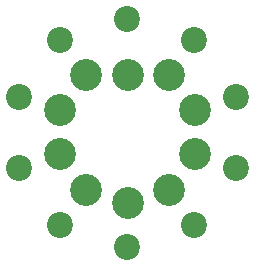
<source format=gbs>
G04 Layer_Color=16711935*
%FSLAX25Y25*%
%MOIN*%
G70*
G01*
G75*
%ADD14C,0.08661*%
%ADD15C,0.10630*%
D14*
X-98Y37902D02*
D03*
X-22434Y30644D02*
D03*
X-36239Y11644D02*
D03*
Y-11841D02*
D03*
X-22434Y-30841D02*
D03*
X-98Y-38098D02*
D03*
X22237Y-30841D02*
D03*
X36042Y-11841D02*
D03*
Y11644D02*
D03*
X22237Y30644D02*
D03*
D15*
X0Y19111D02*
D03*
X13885Y-19111D02*
D03*
X-13885D02*
D03*
X22466Y-7300D02*
D03*
X-22466D02*
D03*
X22466Y7300D02*
D03*
X-22466D02*
D03*
X13885Y19111D02*
D03*
X-13885D02*
D03*
X0Y-23622D02*
D03*
M02*

</source>
